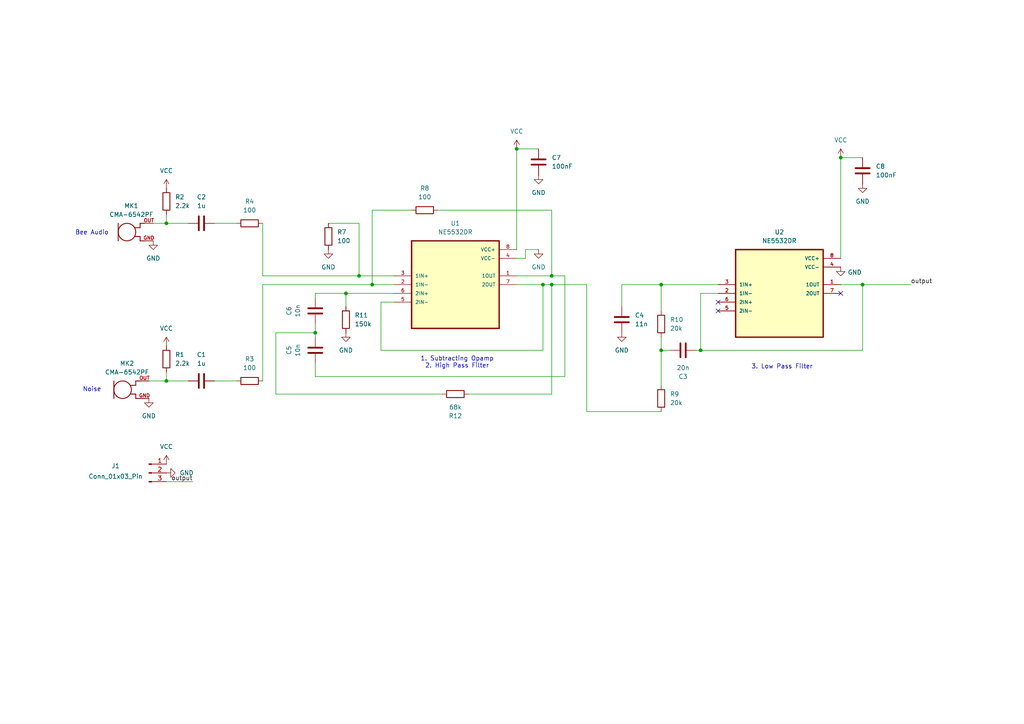
<source format=kicad_sch>
(kicad_sch (version 20250114) (generator "eeschema") (generator_version "9.0")
  (paper "A4")
  (lib_symbols
    (symbol "CMA-6542PF:CMA-6542PF" (pin_names (offset 1.016))
      (property "Reference" "MK" (at -2.54 5.0801 0))
      (property "Value" "CMA-6542PF" (at -2.5443 -6.3606 0))
      (symbol "CMA-6542PF_0_0"
        (polyline (pts (xy -2.54 2.54) (xy -2.54 -2.54)) (stroke (width 0.254)))
        (circle (center 0 0) (radius 2.54) (stroke (width 0.254)))
        (polyline (pts (xy 3.81 2.54) (xy 3.81 1.27)) (stroke (width 0.254)))
        (polyline (pts (xy 3.81 1.27) (xy 2.2352 1.27)) (stroke (width 0.254)))
        (polyline (pts (xy 3.81 -1.27) (xy 2.2352 -1.27)) (stroke (width 0.254)))
        (polyline (pts (xy 3.81 -2.54) (xy 3.81 -1.27)) (stroke (width 0.254)))
        (polyline (pts (xy 5.08 2.54) (xy 3.81 2.54)) (stroke (width 0.254)))
        (polyline (pts (xy 5.08 -2.54) (xy 3.81 -2.54)) (stroke (width 0.254)))
        (pin output line (at 7.62 2.54 180) (length 2.54) (name "~") (number "OUT"))
        (pin power_in line (at 7.62 -2.54 180) (length 2.54) (name "~") (number "GND"))
      )
    )
    (symbol "Connector:Conn_01x03_Pin" (pin_names (offset 1.016) (hide yes))
      (property "Reference" "J" (at 0 5.08 0))
      (property "Value" "Conn_01x03_Pin" (at 0 -5.08 0))
      (symbol "Conn_01x03_Pin_1_1"
        (rectangle (start 0.8636 2.667) (end 0 2.413) (stroke (width 0.1524)) (fill (type outline)))
        (rectangle (start 0.8636 0.127) (end 0 -0.127) (stroke (width 0.1524)) (fill (type outline)))
        (rectangle (start 0.8636 -2.413) (end 0 -2.667) (stroke (width 0.1524)) (fill (type outline)))
        (polyline (pts (xy 1.27 2.54) (xy 0.8636 2.54)) (stroke (width 0.1524)))
        (polyline (pts (xy 1.27 0) (xy 0.8636 0)) (stroke (width 0.1524)))
        (polyline (pts (xy 1.27 -2.54) (xy 0.8636 -2.54)) (stroke (width 0.1524)))
        (pin passive line (at 5.08 2.54 180) (length 3.81) (name "Pin_1") (number "1"))
        (pin passive line (at 5.08 0 180) (length 3.81) (name "Pin_2") (number "2"))
        (pin passive line (at 5.08 -2.54 180) (length 3.81) (name "Pin_3") (number "3"))
      )
    )
    (symbol "Device:C" (pin_numbers (hide yes)) (pin_names (offset 0.254))
      (property "Reference" "C" (at 0.635 2.54 0))
      (property "Value" "C" (at 0.635 -2.54 0))
      (symbol "C_0_1"
        (polyline (pts (xy -2.032 0.762) (xy 2.032 0.762)) (stroke (width 0.508)))
        (polyline (pts (xy -2.032 -0.762) (xy 2.032 -0.762)) (stroke (width 0.508)))
      )
      (symbol "C_1_1"
        (pin passive line (at 0 3.81 270) (length 2.794) (name "~") (number "1"))
        (pin passive line (at 0 -3.81 90) (length 2.794) (name "~") (number "2"))
      )
    )
    (symbol "Device:R" (pin_numbers (hide yes)) (pin_names (offset 0))
      (property "Reference" "R" (at 2.032 0 90))
      (property "Value" "R" (at 0 0 90))
      (symbol "R_0_1"
        (rectangle (start -1.016 -2.54) (end 1.016 2.54) (stroke (width 0.254)))
      )
      (symbol "R_1_1"
        (pin passive line (at 0 3.81 270) (length 1.27) (name "~") (number "1"))
        (pin passive line (at 0 -3.81 90) (length 1.27) (name "~") (number "2"))
      )
    )
    (symbol "NE5532DR:NE5532DR" (pin_names (offset 1.016))
      (property "Reference" "U" (at -12.7 13.7 0))
      (property "Value" "NE5532DR" (at -12.7 -16.7 0))
      (symbol "NE5532DR_0_0"
        (rectangle (start -12.7 -12.7) (end 12.7 12.7) (stroke (width 0.41)) (fill (type background)))
        (pin input line (at -17.78 2.54 0) (length 5.08) (name "1IN+") (number "3"))
        (pin input line (at -17.78 0 0) (length 5.08) (name "1IN-") (number "2"))
        (pin input line (at -17.78 -2.54 0) (length 5.08) (name "2IN+") (number "6"))
        (pin input line (at -17.78 -5.08 0) (length 5.08) (name "2IN-") (number "5"))
        (pin power_in line (at 17.78 10.16 180) (length 5.08) (name "VCC+") (number "8"))
        (pin power_in line (at 17.78 7.62 180) (length 5.08) (name "VCC-") (number "4"))
        (pin output line (at 17.78 2.54 180) (length 5.08) (name "1OUT") (number "1"))
        (pin output line (at 17.78 0 180) (length 5.08) (name "2OUT") (number "7"))
      )
    )
    (symbol "power:GND" (power) (pin_numbers (hide yes)) (pin_names (offset 0) (hide yes))
      (property "Value" "GND" (at 0 -3.81 0))
      (symbol "GND_0_1"
        (polyline (pts (xy 0 0) (xy 0 -1.27) (xy 1.27 -1.27) (xy 0 -2.54) (xy -1.27 -1.27) (xy 0 -1.27)))
      )
      (symbol "GND_1_1"
        (pin power_in line (at 0 0 270) (length 0) (name "~") (number "1"))
      )
    )
    (symbol "power:VCC" (power) (pin_numbers (hide yes)) (pin_names (offset 0) (hide yes))
      (property "Value" "VCC" (at 0 3.556 0))
      (symbol "VCC_0_1"
        (polyline (pts (xy -0.762 1.27) (xy 0 2.54)))
        (polyline (pts (xy 0 2.54) (xy 0.762 1.27)))
        (polyline (pts (xy 0 0) (xy 0 2.54)))
      )
      (symbol "VCC_1_1"
        (pin power_in line (at 0 0 90) (length 0) (name "~") (number "1"))
      )
    )
  )
  (text "3. Low Pass Filter" (at 226.822 106.426 0) (effects (font (size 1.27 1.27))))
  (text "Noise" (at 26.67 113.03 0) (effects (font (size 1.27 1.27))))
  (text "1. Subtracting Opamp\n2. High Pass Filter" (at 132.588 105.156 0) (effects (font (size 1.27 1.27))))
  (text "Bee Audio" (at 26.67 67.564 0) (effects (font (size 1.27 1.27))))
  (junction (at 91.44 96.52))
  (junction (at 203.2 101.6))
  (junction (at 107.95 82.55))
  (junction (at 48.26 64.77))
  (junction (at 191.77 82.55))
  (junction (at 160.02 82.55))
  (junction (at 157.48 82.55))
  (junction (at 149.86 43.18))
  (junction (at 48.26 110.49))
  (junction (at 100.33 85.09))
  (junction (at 250.19 82.55))
  (junction (at 191.77 101.6))
  (junction (at 104.14 80.01))
  (junction (at 160.02 80.01))
  (junction (at 243.84 45.72))
  (no_connect (at 208.28 90.17))
  (no_connect (at 208.28 87.63))
  (no_connect (at 243.84 85.09))
  (wire (pts (xy 48.26 139.7) (xy 55.88 139.7)))
  (wire (pts (xy 48.26 62.23) (xy 48.26 64.77)))
  (wire (pts (xy 48.26 107.95) (xy 48.26 110.49)))
  (wire (pts (xy 243.84 45.72) (xy 250.19 45.72)))
  (wire (pts (xy 152.4 74.93) (xy 149.86 74.93)))
  (wire (pts (xy 160.02 80.01) (xy 149.86 80.01)))
  (wire (pts (xy 91.44 85.09) (xy 100.33 85.09)))
  (wire (pts (xy 110.49 87.63) (xy 110.49 101.6)))
  (wire (pts (xy 191.77 82.55) (xy 208.28 82.55)))
  (wire (pts (xy 250.19 82.55) (xy 264.16 82.55)))
  (wire (pts (xy 149.86 43.18) (xy 149.86 72.39)))
  (wire (pts (xy 203.2 85.09) (xy 203.2 101.6)))
  (wire (pts (xy 91.44 96.52) (xy 80.01 96.52)))
  (wire (pts (xy 160.02 60.96) (xy 160.02 80.01)))
  (wire (pts (xy 160.02 114.3) (xy 160.02 82.55)))
  (wire (pts (xy 157.48 101.6) (xy 157.48 82.55)))
  (wire (pts (xy 104.14 64.77) (xy 104.14 80.01)))
  (wire (pts (xy 68.58 110.49) (xy 62.23 110.49)))
  (wire (pts (xy 68.58 64.77) (xy 62.23 64.77)))
  (wire (pts (xy 80.01 96.52) (xy 80.01 114.3)))
  (wire (pts (xy 114.3 87.63) (xy 110.49 87.63)))
  (wire (pts (xy 107.95 60.96) (xy 107.95 82.55)))
  (wire (pts (xy 104.14 80.01) (xy 114.3 80.01)))
  (wire (pts (xy 163.83 109.22) (xy 163.83 80.01)))
  (wire (pts (xy 203.2 101.6) (xy 201.93 101.6)))
  (wire (pts (xy 191.77 82.55) (xy 191.77 90.17)))
  (wire (pts (xy 170.18 119.38) (xy 170.18 82.55)))
  (wire (pts (xy 191.77 101.6) (xy 191.77 97.79)))
  (wire (pts (xy 104.14 64.77) (xy 95.25 64.77)))
  (wire (pts (xy 119.38 60.96) (xy 107.95 60.96)))
  (wire (pts (xy 48.26 64.77) (xy 54.61 64.77)))
  (wire (pts (xy 180.34 82.55) (xy 191.77 82.55)))
  (wire (pts (xy 180.34 88.9) (xy 180.34 82.55)))
  (wire (pts (xy 80.01 114.3) (xy 128.27 114.3)))
  (wire (pts (xy 76.2 82.55) (xy 107.95 82.55)))
  (wire (pts (xy 203.2 85.09) (xy 208.28 85.09)))
  (wire (pts (xy 110.49 101.6) (xy 157.48 101.6)))
  (wire (pts (xy 44.45 64.77) (xy 48.26 64.77)))
  (wire (pts (xy 43.18 110.49) (xy 48.26 110.49)))
  (wire (pts (xy 91.44 85.09) (xy 91.44 86.36)))
  (wire (pts (xy 243.84 82.55) (xy 250.19 82.55)))
  (wire (pts (xy 76.2 82.55) (xy 76.2 110.49)))
  (wire (pts (xy 48.26 110.49) (xy 54.61 110.49)))
  (wire (pts (xy 156.21 72.39) (xy 152.4 72.39)))
  (wire (pts (xy 91.44 97.79) (xy 91.44 96.52)))
  (wire (pts (xy 160.02 80.01) (xy 163.83 80.01)))
  (wire (pts (xy 203.2 101.6) (xy 250.19 101.6)))
  (wire (pts (xy 107.95 82.55) (xy 114.3 82.55)))
  (wire (pts (xy 76.2 80.01) (xy 104.14 80.01)))
  (wire (pts (xy 157.48 82.55) (xy 160.02 82.55)))
  (wire (pts (xy 149.86 82.55) (xy 157.48 82.55)))
  (wire (pts (xy 194.31 101.6) (xy 191.77 101.6)))
  (wire (pts (xy 149.86 43.18) (xy 156.21 43.18)))
  (wire (pts (xy 91.44 109.22) (xy 163.83 109.22)))
  (wire (pts (xy 191.77 119.38) (xy 170.18 119.38)))
  (wire (pts (xy 170.18 82.55) (xy 160.02 82.55)))
  (wire (pts (xy 91.44 105.41) (xy 91.44 109.22)))
  (wire (pts (xy 100.33 85.09) (xy 100.33 88.9)))
  (wire (pts (xy 100.33 85.09) (xy 114.3 85.09)))
  (wire (pts (xy 76.2 80.01) (xy 76.2 64.77)))
  (wire (pts (xy 243.84 45.72) (xy 243.84 74.93)))
  (wire (pts (xy 135.89 114.3) (xy 160.02 114.3)))
  (wire (pts (xy 152.4 72.39) (xy 152.4 74.93)))
  (wire (pts (xy 191.77 111.76) (xy 191.77 101.6)))
  (wire (pts (xy 91.44 96.52) (xy 91.44 93.98)))
  (wire (pts (xy 127 60.96) (xy 160.02 60.96)))
  (wire (pts (xy 250.19 82.55) (xy 250.19 101.6)))
  (label "output" (at 264.16 82.55 0))
  (label "output" (at 55.88 139.7 180))
  (symbol (lib_id "Device:C") (at 250.19 49.53 0) (unit 1)
    (property "Reference" "C8" (at 254 48.2599 0) (effects (justify left)))
    (property "Value" "100nF" (at 254 50.7999 0) (effects (justify left)))
    (property "Footprint" "Capacitor_SMD:C_0805_2012Metric" (effects (hide yes)))
    (property "Description" "Unpolarized capacitor" (effects (hide yes)))
  )
  (symbol (lib_id "power:VCC") (at 243.84 45.72 0) (unit 1)
    (property "Reference" "#PWR023" (effects (hide yes)))
    (property "Value" "VCC" (at 243.84 40.64 0))
    (property "Description" "Power symbol creates a global label with name \"VCC\"" (effects (hide yes)))
  )
  (symbol (lib_id "power:VCC") (at 48.26 54.61 0) (unit 1)
    (property "Reference" "#PWR07" (effects (hide yes)))
    (property "Value" "VCC" (at 48.26 49.53 0))
    (property "Description" "Power symbol creates a global label with name \"VCC\"" (effects (hide yes)))
  )
  (symbol (lib_id "CMA-6542PF:CMA-6542PF") (at 36.83 67.31 0) (unit 1)
    (property "Reference" "MK1" (at 38.1 59.69 0))
    (property "Value" "CMA-6542PF" (at 38.1 62.23 0))
    (property "Footprint" "CMA-6542PF:CUI_CMA-6542PF" (effects (hide yes)))
    (property "DigiKey_Part_Number" "102-1720-ND" (effects (hide yes)))
    (property "SnapEDA_Link" "https://www.snapeda.com/parts/CMA-6542PF/Same+Sky/view-part/?ref=snap" (effects (hide yes)))
    (property "Description_1" "9.7 mm, Omnidirectional, PCB Mount, 4.5 Vdc, Electret Condenser Microphone" (effects (hide yes)))
    (property "Package" "None" (effects (hide yes)))
    (property "Check_prices" "https://www.snapeda.com/parts/CMA-6542PF/Same+Sky/view-part/?ref=eda" (effects (hide yes)))
    (property "STANDARD" "Manufacturer recommendations" (effects (hide yes)))
    (property "PARTREV" "1.02" (effects (hide yes)))
    (property "MF" "Same Sky" (effects (hide yes)))
    (property "MP" "CMA-6542PF" (effects (hide yes)))
    (property "MANUFACTURER" "CUI INC" (effects (hide yes)))
  )
  (symbol (lib_id "power:GND") (at 156.21 72.39 0) (unit 1)
    (property "Reference" "#PWR01" (effects (hide yes)))
    (property "Value" "GND" (at 156.21 77.47 0))
    (property "Description" "Power symbol creates a global label with name \"GND\" , ground" (effects (hide yes)))
  )
  (symbol (lib_id "Device:C") (at 156.21 46.99 0) (unit 1)
    (property "Reference" "C7" (at 160.02 45.7199 0) (effects (justify left)))
    (property "Value" "100nF" (at 160.02 48.2599 0) (effects (justify left)))
    (property "Footprint" "Capacitor_SMD:C_0805_2012Metric" (effects (hide yes)))
    (property "Description" "Unpolarized capacitor" (effects (hide yes)))
  )
  (symbol (lib_id "Device:C") (at 91.44 90.17 180) (unit 1)
    (property "Reference" "C6" (at 83.82 90.17 90))
    (property "Value" "10n" (at 86.36 90.17 90))
    (property "Footprint" "Capacitor_SMD:C_0805_2012Metric" (effects (hide yes)))
    (property "Description" "Unpolarized capacitor" (effects (hide yes)))
  )
  (symbol (lib_id "Device:R") (at 191.77 93.98 0) (unit 1)
    (property "Reference" "R10" (at 194.31 92.7099 0) (effects (justify left)))
    (property "Value" "20k" (at 194.31 95.2499 0) (effects (justify left)))
    (property "Footprint" "Resistor_SMD:R_0805_2012Metric" (effects (hide yes)))
    (property "Description" "Resistor" (effects (hide yes)))
  )
  (symbol (lib_id "Device:R") (at 191.77 115.57 0) (unit 1)
    (property "Reference" "R9" (at 194.31 114.2999 0) (effects (justify left)))
    (property "Value" "20k" (at 194.31 116.8399 0) (effects (justify left)))
    (property "Footprint" "Resistor_SMD:R_0805_2012Metric" (effects (hide yes)))
    (property "Description" "Resistor" (effects (hide yes)))
  )
  (symbol (lib_id "power:VCC") (at 48.26 100.33 0) (unit 1)
    (property "Reference" "#PWR03" (effects (hide yes)))
    (property "Value" "VCC" (at 48.26 95.25 0))
    (property "Description" "Power symbol creates a global label with name \"VCC\"" (effects (hide yes)))
  )
  (symbol (lib_id "NE5532DR:NE5532DR") (at 226.06 85.09 0) (unit 1)
    (property "Reference" "U2" (at 226.06 67.31 0))
    (property "Value" "NE5532DR" (at 226.06 69.85 0))
    (property "Footprint" "NE5532DR:SOIC127P599X175-8N" (effects (hide yes)))
    (property "MF" "Texas Instruments" (effects (hide yes)))
    (property "Description_1" "Dual, 30-V, 10-MHz, low-noise operational amplifier for audio applications" (effects (hide yes)))
    (property "Package" "SOIC-8 Texas Instruments" (effects (hide yes)))
    (property "Price" "None" (effects (hide yes)))
    (property "SnapEDA_Link" "https://www.snapeda.com/parts/NE5532DR/Texas+Instruments/view-part/?ref=snap" (effects (hide yes)))
    (property "MP" "NE5532DR" (effects (hide yes)))
    (property "Availability" "In Stock" (effects (hide yes)))
    (property "Check_prices" "https://www.snapeda.com/parts/NE5532DR/Texas+Instruments/view-part/?ref=eda" (effects (hide yes)))
  )
  (symbol (lib_id "power:GND") (at 43.18 115.57 0) (unit 1)
    (property "Reference" "#PWR02" (effects (hide yes)))
    (property "Value" "GND" (at 43.18 120.65 0))
    (property "Description" "Power symbol creates a global label with name \"GND\" , ground" (effects (hide yes)))
  )
  (symbol (lib_id "Device:C") (at 91.44 101.6 180) (unit 1)
    (property "Reference" "C5" (at 83.82 101.6 90))
    (property "Value" "10n" (at 86.36 101.6 90))
    (property "Footprint" "Capacitor_SMD:C_0805_2012Metric" (effects (hide yes)))
    (property "Description" "Unpolarized capacitor" (effects (hide yes)))
  )
  (symbol (lib_id "power:GND") (at 180.34 96.52 0) (unit 1)
    (property "Reference" "#PWR06" (effects (hide yes)))
    (property "Value" "GND" (at 180.34 101.6 0))
    (property "Description" "Power symbol creates a global label with name \"GND\" , ground" (effects (hide yes)))
  )
  (symbol (lib_id "power:VCC") (at 48.26 134.62 0) (unit 1)
    (property "Reference" "#PWR09" (effects (hide yes)))
    (property "Value" "VCC" (at 48.26 129.54 0))
    (property "Description" "Power symbol creates a global label with name \"VCC\"" (effects (hide yes)))
  )
  (symbol (lib_id "CMA-6542PF:CMA-6542PF") (at 35.56 113.03 0) (unit 1)
    (property "Reference" "MK2" (at 36.83 105.41 0))
    (property "Value" "CMA-6542PF" (at 36.83 107.95 0))
    (property "Footprint" "Connector_Wire:SolderWire-2sqmm_1x02_P7.8mm_D2mm_OD3.9mm" (effects (hide yes)))
    (property "DigiKey_Part_Number" "102-1720-ND" (effects (hide yes)))
    (property "SnapEDA_Link" "https://www.snapeda.com/parts/CMA-6542PF/Same+Sky/view-part/?ref=snap" (effects (hide yes)))
    (property "Description_1" "9.7 mm, Omnidirectional, PCB Mount, 4.5 Vdc, Electret Condenser Microphone" (effects (hide yes)))
    (property "Package" "None" (effects (hide yes)))
    (property "Check_prices" "https://www.snapeda.com/parts/CMA-6542PF/Same+Sky/view-part/?ref=eda" (effects (hide yes)))
    (property "STANDARD" "Manufacturer recommendations" (effects (hide yes)))
    (property "PARTREV" "1.02" (effects (hide yes)))
    (property "MF" "Same Sky" (effects (hide yes)))
    (property "MP" "CMA-6542PF" (effects (hide yes)))
    (property "MANUFACTURER" "CUI INC" (effects (hide yes)))
  )
  (symbol (lib_id "Device:C") (at 198.12 101.6 90) (mirror x) (unit 1)
    (property "Reference" "C3" (at 198.12 109.22 90))
    (property "Value" "20n" (at 198.12 106.68 90))
    (property "Footprint" "Capacitor_SMD:C_0805_2012Metric" (effects (hide yes)))
    (property "Description" "Unpolarized capacitor" (effects (hide yes)))
  )
  (symbol (lib_id "power:GND") (at 243.84 77.47 0) (unit 1)
    (property "Reference" "#PWR08" (effects (hide yes)))
    (property "Value" "GND" (at 247.904 78.994 0))
    (property "Description" "Power symbol creates a global label with name \"GND\" , ground" (effects (hide yes)))
  )
  (symbol (lib_id "Device:R") (at 48.26 104.14 0) (unit 1)
    (property "Reference" "R1" (at 50.8 102.8699 0) (effects (justify left)))
    (property "Value" "2.2k" (at 50.8 105.4099 0) (effects (justify left)))
    (property "Footprint" "Resistor_SMD:R_0805_2012Metric" (effects (hide yes)))
    (property "Description" "Resistor" (effects (hide yes)))
  )
  (symbol (lib_id "Device:R") (at 48.26 58.42 0) (unit 1)
    (property "Reference" "R2" (at 50.8 57.1499 0) (effects (justify left)))
    (property "Value" "2.2k" (at 50.8 59.6899 0) (effects (justify left)))
    (property "Footprint" "Resistor_SMD:R_0805_2012Metric" (effects (hide yes)))
    (property "Description" "Resistor" (effects (hide yes)))
  )
  (symbol (lib_id "Device:C") (at 180.34 92.71 0) (unit 1)
    (property "Reference" "C4" (at 184.15 91.4399 0) (effects (justify left)))
    (property "Value" "11n" (at 184.15 93.9799 0) (effects (justify left)))
    (property "Footprint" "Capacitor_SMD:C_0805_2012Metric" (effects (hide yes)))
    (property "Description" "Unpolarized capacitor" (effects (hide yes)))
  )
  (symbol (lib_id "Device:R") (at 123.19 60.96 90) (unit 1)
    (property "Reference" "R8" (at 123.19 54.61 90))
    (property "Value" "100" (at 123.19 57.15 90))
    (property "Footprint" "Resistor_SMD:R_0805_2012Metric" (effects (hide yes)))
    (property "Description" "Resistor" (effects (hide yes)))
  )
  (symbol (lib_id "Connector:Conn_01x03_Pin") (at 43.18 137.16 0) (unit 1)
    (property "Reference" "J1" (at 33.528 135.128 0))
    (property "Value" "Conn_01x03_Pin" (at 33.528 138.176 0))
    (property "Footprint" "Connector_PinHeader_2.54mm:PinHeader_1x03_P2.54mm_Vertical" (effects (hide yes)))
    (property "Description" "Generic connector, single row, 01x03, script generated" (effects (hide yes)))
  )
  (symbol (lib_id "Device:R") (at 100.33 92.71 0) (unit 1)
    (property "Reference" "R11" (at 102.87 91.4399 0) (effects (justify left)))
    (property "Value" "150k" (at 102.87 93.9799 0) (effects (justify left)))
    (property "Footprint" "Resistor_SMD:R_0805_2012Metric" (effects (hide yes)))
    (property "Description" "Resistor" (effects (hide yes)))
  )
  (symbol (lib_id "power:GND") (at 44.45 69.85 0) (unit 1)
    (property "Reference" "#PWR04" (effects (hide yes)))
    (property "Value" "GND" (at 44.45 74.93 0))
    (property "Description" "Power symbol creates a global label with name \"GND\" , ground" (effects (hide yes)))
  )
  (symbol (lib_id "power:GND") (at 156.21 50.8 0) (unit 1)
    (property "Reference" "#PWR010" (effects (hide yes)))
    (property "Value" "GND" (at 156.21 55.88 0))
    (property "Description" "Power symbol creates a global label with name \"GND\" , ground" (effects (hide yes)))
  )
  (symbol (lib_id "power:GND") (at 48.26 137.16 90) (unit 1)
    (property "Reference" "#PWR011" (effects (hide yes)))
    (property "Value" "GND" (at 52.07 137.1599 90) (effects (justify right)))
    (property "Description" "Power symbol creates a global label with name \"GND\" , ground" (effects (hide yes)))
  )
  (symbol (lib_id "Device:R") (at 132.08 114.3 90) (mirror x) (unit 1)
    (property "Reference" "R12" (at 132.08 120.65 90))
    (property "Value" "68k" (at 132.08 118.11 90))
    (property "Footprint" "Resistor_SMD:R_0805_2012Metric" (effects (hide yes)))
    (property "Description" "Resistor" (effects (hide yes)))
  )
  (symbol (lib_id "Device:C") (at 58.42 110.49 90) (unit 1)
    (property "Reference" "C1" (at 58.42 102.87 90))
    (property "Value" "1u" (at 58.42 105.41 90))
    (property "Footprint" "Capacitor_SMD:C_0805_2012Metric" (effects (hide yes)))
    (property "Description" "Unpolarized capacitor" (effects (hide yes)))
  )
  (symbol (lib_id "Device:R") (at 95.25 68.58 0) (unit 1)
    (property "Reference" "R7" (at 97.79 67.3099 0) (effects (justify left)))
    (property "Value" "100" (at 97.79 69.8499 0) (effects (justify left)))
    (property "Footprint" "Resistor_SMD:R_0805_2012Metric" (effects (hide yes)))
    (property "Description" "Resistor" (effects (hide yes)))
  )
  (symbol (lib_id "power:GND") (at 100.33 96.52 0) (unit 1)
    (property "Reference" "#PWR015" (effects (hide yes)))
    (property "Value" "GND" (at 100.33 101.6 0))
    (property "Description" "Power symbol creates a global label with name \"GND\" , ground" (effects (hide yes)))
  )
  (symbol (lib_id "NE5532DR:NE5532DR") (at 132.08 82.55 0) (unit 1)
    (property "Reference" "U1" (at 132.08 64.77 0))
    (property "Value" "NE5532DR" (at 132.08 67.31 0))
    (property "Footprint" "NE5532DR:SOIC127P599X175-8N" (effects (hide yes)))
    (property "MF" "Texas Instruments" (effects (hide yes)))
    (property "Description_1" "Dual, 30-V, 10-MHz, low-noise operational amplifier for audio applications" (effects (hide yes)))
    (property "Package" "SOIC-8 Texas Instruments" (effects (hide yes)))
    (property "Price" "None" (effects (hide yes)))
    (property "SnapEDA_Link" "https://www.snapeda.com/parts/NE5532DR/Texas+Instruments/view-part/?ref=snap" (effects (hide yes)))
    (property "MP" "NE5532DR" (effects (hide yes)))
    (property "Availability" "In Stock" (effects (hide yes)))
    (property "Check_prices" "https://www.snapeda.com/parts/NE5532DR/Texas+Instruments/view-part/?ref=eda" (effects (hide yes)))
  )
  (symbol (lib_id "power:GND") (at 250.19 53.34 0) (unit 1)
    (property "Reference" "#PWR014" (effects (hide yes)))
    (property "Value" "GND" (at 250.19 58.42 0))
    (property "Description" "Power symbol creates a global label with name \"GND\" , ground" (effects (hide yes)))
  )
  (symbol (lib_id "power:GND") (at 95.25 72.39 0) (unit 1)
    (property "Reference" "#PWR05" (effects (hide yes)))
    (property "Value" "GND" (at 95.25 77.47 0))
    (property "Description" "Power symbol creates a global label with name \"GND\" , ground" (effects (hide yes)))
  )
  (symbol (lib_id "Device:C") (at 58.42 64.77 90) (unit 1)
    (property "Reference" "C2" (at 58.42 57.15 90))
    (property "Value" "1u" (at 58.42 59.69 90))
    (property "Footprint" "Capacitor_SMD:C_0805_2012Metric" (effects (hide yes)))
    (property "Description" "Unpolarized capacitor" (effects (hide yes)))
  )
  (symbol (lib_id "Device:R") (at 72.39 64.77 90) (unit 1)
    (property "Reference" "R4" (at 72.39 58.42 90))
    (property "Value" "100" (at 72.39 60.96 90))
    (property "Footprint" "Resistor_SMD:R_0805_2012Metric" (effects (hide yes)))
    (property "Description" "Resistor" (effects (hide yes)))
  )
  (symbol (lib_id "Device:R") (at 72.39 110.49 90) (unit 1)
    (property "Reference" "R3" (at 72.39 104.14 90))
    (property "Value" "100" (at 72.39 106.68 90))
    (property "Footprint" "Resistor_SMD:R_0805_2012Metric" (effects (hide yes)))
    (property "Description" "Resistor" (effects (hide yes)))
  )
  (symbol (lib_id "power:VCC") (at 149.86 43.18 0) (unit 1)
    (property "Reference" "#PWR022" (effects (hide yes)))
    (property "Value" "VCC" (at 149.86 38.1 0))
    (property "Description" "Power symbol creates a global label with name \"VCC\"" (effects (hide yes)))
  )
)
</source>
